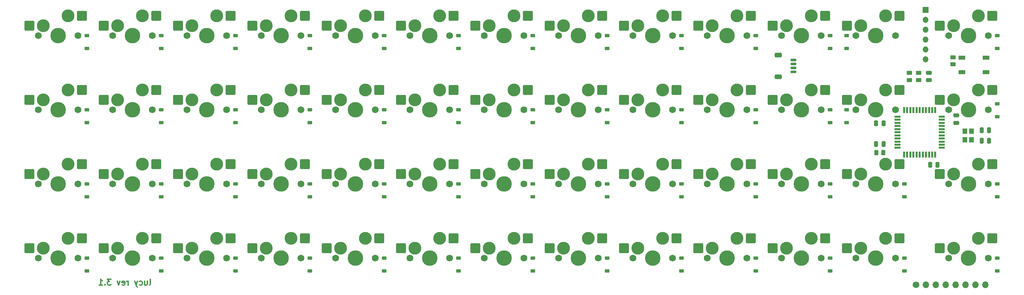
<source format=gbr>
%TF.GenerationSoftware,KiCad,Pcbnew,7.0.1-0*%
%TF.CreationDate,2023-05-19T09:17:16-05:00*%
%TF.ProjectId,pcb,7063622e-6b69-4636-9164-5f7063625858,rev?*%
%TF.SameCoordinates,Original*%
%TF.FileFunction,Soldermask,Bot*%
%TF.FilePolarity,Negative*%
%FSLAX46Y46*%
G04 Gerber Fmt 4.6, Leading zero omitted, Abs format (unit mm)*
G04 Created by KiCad (PCBNEW 7.0.1-0) date 2023-05-19 09:17:16*
%MOMM*%
%LPD*%
G01*
G04 APERTURE LIST*
G04 Aperture macros list*
%AMRoundRect*
0 Rectangle with rounded corners*
0 $1 Rounding radius*
0 $2 $3 $4 $5 $6 $7 $8 $9 X,Y pos of 4 corners*
0 Add a 4 corners polygon primitive as box body*
4,1,4,$2,$3,$4,$5,$6,$7,$8,$9,$2,$3,0*
0 Add four circle primitives for the rounded corners*
1,1,$1+$1,$2,$3*
1,1,$1+$1,$4,$5*
1,1,$1+$1,$6,$7*
1,1,$1+$1,$8,$9*
0 Add four rect primitives between the rounded corners*
20,1,$1+$1,$2,$3,$4,$5,0*
20,1,$1+$1,$4,$5,$6,$7,0*
20,1,$1+$1,$6,$7,$8,$9,0*
20,1,$1+$1,$8,$9,$2,$3,0*%
G04 Aperture macros list end*
%ADD10C,0.300000*%
%ADD11RoundRect,0.225000X0.375000X-0.225000X0.375000X0.225000X-0.375000X0.225000X-0.375000X-0.225000X0*%
%ADD12C,1.750000*%
%ADD13C,3.987800*%
%ADD14C,3.300000*%
%ADD15RoundRect,0.250000X1.025000X1.000000X-1.025000X1.000000X-1.025000X-1.000000X1.025000X-1.000000X0*%
%ADD16R,0.550000X1.500000*%
%ADD17R,1.500000X0.550000*%
%ADD18O,1.700000X1.700000*%
%ADD19C,1.700000*%
%ADD20O,1.524000X1.524000*%
%ADD21R,1.524000X1.524000*%
%ADD22RoundRect,0.250000X-0.475000X0.250000X-0.475000X-0.250000X0.475000X-0.250000X0.475000X0.250000X0*%
%ADD23RoundRect,0.250000X0.450000X-0.262500X0.450000X0.262500X-0.450000X0.262500X-0.450000X-0.262500X0*%
%ADD24RoundRect,0.250000X-0.450000X0.262500X-0.450000X-0.262500X0.450000X-0.262500X0.450000X0.262500X0*%
%ADD25RoundRect,0.250000X-0.250000X-0.475000X0.250000X-0.475000X0.250000X0.475000X-0.250000X0.475000X0*%
%ADD26RoundRect,0.250000X0.250000X0.475000X-0.250000X0.475000X-0.250000X-0.475000X0.250000X-0.475000X0*%
%ADD27R,1.200000X1.400000*%
%ADD28RoundRect,0.250000X0.475000X-0.250000X0.475000X0.250000X-0.475000X0.250000X-0.475000X-0.250000X0*%
%ADD29RoundRect,0.250000X0.650000X-0.350000X0.650000X0.350000X-0.650000X0.350000X-0.650000X-0.350000X0*%
%ADD30RoundRect,0.150000X0.625000X-0.150000X0.625000X0.150000X-0.625000X0.150000X-0.625000X-0.150000X0*%
%ADD31RoundRect,0.250000X-0.262500X-0.450000X0.262500X-0.450000X0.262500X0.450000X-0.262500X0.450000X0*%
%ADD32R,1.800000X1.100000*%
G04 APERTURE END LIST*
D10*
X60352679Y-93843928D02*
X60495536Y-93772500D01*
X60495536Y-93772500D02*
X60566965Y-93629642D01*
X60566965Y-93629642D02*
X60566965Y-92343928D01*
X59138394Y-92843928D02*
X59138394Y-93843928D01*
X59781251Y-92843928D02*
X59781251Y-93629642D01*
X59781251Y-93629642D02*
X59709822Y-93772500D01*
X59709822Y-93772500D02*
X59566965Y-93843928D01*
X59566965Y-93843928D02*
X59352679Y-93843928D01*
X59352679Y-93843928D02*
X59209822Y-93772500D01*
X59209822Y-93772500D02*
X59138394Y-93701071D01*
X57781251Y-93772500D02*
X57924108Y-93843928D01*
X57924108Y-93843928D02*
X58209822Y-93843928D01*
X58209822Y-93843928D02*
X58352679Y-93772500D01*
X58352679Y-93772500D02*
X58424108Y-93701071D01*
X58424108Y-93701071D02*
X58495536Y-93558214D01*
X58495536Y-93558214D02*
X58495536Y-93129642D01*
X58495536Y-93129642D02*
X58424108Y-92986785D01*
X58424108Y-92986785D02*
X58352679Y-92915357D01*
X58352679Y-92915357D02*
X58209822Y-92843928D01*
X58209822Y-92843928D02*
X57924108Y-92843928D01*
X57924108Y-92843928D02*
X57781251Y-92915357D01*
X57281251Y-92843928D02*
X56924108Y-93843928D01*
X56566965Y-92843928D02*
X56924108Y-93843928D01*
X56924108Y-93843928D02*
X57066965Y-94201071D01*
X57066965Y-94201071D02*
X57138394Y-94272500D01*
X57138394Y-94272500D02*
X57281251Y-94343928D01*
X54852680Y-93843928D02*
X54852680Y-92843928D01*
X54852680Y-93129642D02*
X54781251Y-92986785D01*
X54781251Y-92986785D02*
X54709823Y-92915357D01*
X54709823Y-92915357D02*
X54566965Y-92843928D01*
X54566965Y-92843928D02*
X54424108Y-92843928D01*
X53352680Y-93772500D02*
X53495537Y-93843928D01*
X53495537Y-93843928D02*
X53781252Y-93843928D01*
X53781252Y-93843928D02*
X53924109Y-93772500D01*
X53924109Y-93772500D02*
X53995537Y-93629642D01*
X53995537Y-93629642D02*
X53995537Y-93058214D01*
X53995537Y-93058214D02*
X53924109Y-92915357D01*
X53924109Y-92915357D02*
X53781252Y-92843928D01*
X53781252Y-92843928D02*
X53495537Y-92843928D01*
X53495537Y-92843928D02*
X53352680Y-92915357D01*
X53352680Y-92915357D02*
X53281252Y-93058214D01*
X53281252Y-93058214D02*
X53281252Y-93201071D01*
X53281252Y-93201071D02*
X53995537Y-93343928D01*
X52781252Y-92843928D02*
X52424109Y-93843928D01*
X52424109Y-93843928D02*
X52066966Y-92843928D01*
X50495538Y-92343928D02*
X49566966Y-92343928D01*
X49566966Y-92343928D02*
X50066966Y-92915357D01*
X50066966Y-92915357D02*
X49852681Y-92915357D01*
X49852681Y-92915357D02*
X49709824Y-92986785D01*
X49709824Y-92986785D02*
X49638395Y-93058214D01*
X49638395Y-93058214D02*
X49566966Y-93201071D01*
X49566966Y-93201071D02*
X49566966Y-93558214D01*
X49566966Y-93558214D02*
X49638395Y-93701071D01*
X49638395Y-93701071D02*
X49709824Y-93772500D01*
X49709824Y-93772500D02*
X49852681Y-93843928D01*
X49852681Y-93843928D02*
X50281252Y-93843928D01*
X50281252Y-93843928D02*
X50424109Y-93772500D01*
X50424109Y-93772500D02*
X50495538Y-93701071D01*
X48924110Y-93701071D02*
X48852681Y-93772500D01*
X48852681Y-93772500D02*
X48924110Y-93843928D01*
X48924110Y-93843928D02*
X48995538Y-93772500D01*
X48995538Y-93772500D02*
X48924110Y-93701071D01*
X48924110Y-93701071D02*
X48924110Y-93843928D01*
X47424109Y-93843928D02*
X48281252Y-93843928D01*
X47852681Y-93843928D02*
X47852681Y-92343928D01*
X47852681Y-92343928D02*
X47995538Y-92558214D01*
X47995538Y-92558214D02*
X48138395Y-92701071D01*
X48138395Y-92701071D02*
X48281252Y-92772500D01*
D11*
%TO.C,D26*%
X277668748Y-47325000D03*
X277668748Y-50625000D03*
%TD*%
D12*
%TO.C,MX13*%
X275352102Y-29765650D03*
D13*
X270272102Y-29765650D03*
D12*
X265192102Y-29765650D03*
D14*
X266462102Y-27225650D03*
D15*
X262912102Y-27225650D03*
X276362102Y-24685650D03*
D14*
X272812102Y-24685650D03*
%TD*%
%TO.C,MX38*%
X248999582Y-62785682D03*
D15*
X252549582Y-62785682D03*
X239099582Y-65325682D03*
D14*
X242649582Y-65325682D03*
D12*
X241379582Y-67865682D03*
D13*
X246459582Y-67865682D03*
D12*
X251539582Y-67865682D03*
%TD*%
D16*
%TO.C,U1*%
X253750000Y-48900000D03*
X254550000Y-48900000D03*
X255350000Y-48900000D03*
X256150000Y-48900000D03*
X256950000Y-48900000D03*
X257750000Y-48900000D03*
X258550000Y-48900000D03*
X259350000Y-48900000D03*
X260150000Y-48900000D03*
X260950000Y-48900000D03*
X261750000Y-48900000D03*
D17*
X263450000Y-50600000D03*
X263450000Y-51400000D03*
X263450000Y-52200000D03*
X263450000Y-53000000D03*
X263450000Y-53800000D03*
X263450000Y-54600000D03*
X263450000Y-55400000D03*
X263450000Y-56200000D03*
X263450000Y-57000000D03*
X263450000Y-57800000D03*
X263450000Y-58600000D03*
D16*
X261750000Y-60300000D03*
X260950000Y-60300000D03*
X260150000Y-60300000D03*
X259350000Y-60300000D03*
X258550000Y-60300000D03*
X257750000Y-60300000D03*
X256950000Y-60300000D03*
X256150000Y-60300000D03*
X255350000Y-60300000D03*
X254550000Y-60300000D03*
X253750000Y-60300000D03*
D17*
X252050000Y-58600000D03*
X252050000Y-57800000D03*
X252050000Y-57000000D03*
X252050000Y-56200000D03*
X252050000Y-55400000D03*
X252050000Y-54600000D03*
X252050000Y-53800000D03*
X252050000Y-53000000D03*
X252050000Y-52200000D03*
X252050000Y-51400000D03*
X252050000Y-50600000D03*
%TD*%
D18*
%TO.C,J5*%
X274605000Y-93750000D03*
X272065000Y-93750000D03*
X269525000Y-93750000D03*
X266985000Y-93750000D03*
X264445000Y-93750000D03*
X261905000Y-93750000D03*
X259365000Y-93750000D03*
D19*
X256825000Y-93750000D03*
%TD*%
D20*
%TO.C,J2*%
X259225000Y-35850000D03*
X259225000Y-25690000D03*
X259225000Y-30770000D03*
X259225000Y-33310000D03*
X259225000Y-28230000D03*
D21*
X259225000Y-23150000D03*
%TD*%
D12*
%TO.C,MX26*%
X275352102Y-48815666D03*
D13*
X270272102Y-48815666D03*
D12*
X265192102Y-48815666D03*
D14*
X266462102Y-46275666D03*
D15*
X262912102Y-46275666D03*
X276362102Y-43735666D03*
D14*
X272812102Y-43735666D03*
%TD*%
%TO.C,MX25*%
X248999582Y-43735666D03*
D15*
X252549582Y-43735666D03*
X239099582Y-46275666D03*
D14*
X242649582Y-46275666D03*
D12*
X241379582Y-48815666D03*
D13*
X246459582Y-48815666D03*
D12*
X251539582Y-48815666D03*
%TD*%
D11*
%TO.C,D7*%
X158606252Y-29775000D03*
X158606252Y-33075000D03*
%TD*%
D22*
%TO.C,C4*%
X267100000Y-50300000D03*
X267100000Y-52200000D03*
%TD*%
D23*
%TO.C,RSW1*%
X266250000Y-37162500D03*
X266250000Y-35337500D03*
%TD*%
D11*
%TO.C,D8*%
X177656252Y-29775000D03*
X177656252Y-33075000D03*
%TD*%
%TO.C,D14*%
X44306252Y-48825000D03*
X44306252Y-52125000D03*
%TD*%
D14*
%TO.C,MX42*%
X77549438Y-81835698D03*
D15*
X81099438Y-81835698D03*
X67649438Y-84375698D03*
D14*
X71199438Y-84375698D03*
D12*
X69929438Y-86915698D03*
D13*
X75009438Y-86915698D03*
D12*
X80089438Y-86915698D03*
%TD*%
D11*
%TO.C,D35*%
X196706252Y-67900000D03*
X196706252Y-71200000D03*
%TD*%
%TO.C,D11*%
X234806252Y-29775000D03*
X234806252Y-33075000D03*
%TD*%
D24*
%TO.C,R3*%
X257450000Y-41162500D03*
X257450000Y-39337500D03*
%TD*%
D14*
%TO.C,MX9*%
X191849534Y-24685650D03*
D15*
X195399534Y-24685650D03*
X181949534Y-27225650D03*
D14*
X185499534Y-27225650D03*
D12*
X184229534Y-29765650D03*
D13*
X189309534Y-29765650D03*
D12*
X194389534Y-29765650D03*
%TD*%
D14*
%TO.C,MX3*%
X77549438Y-24685650D03*
D15*
X81099438Y-24685650D03*
X67649438Y-27225650D03*
D14*
X71199438Y-27225650D03*
D12*
X69929438Y-29765650D03*
D13*
X75009438Y-29765650D03*
D12*
X80089438Y-29765650D03*
%TD*%
D11*
%TO.C,D39*%
X277668748Y-71200000D03*
X277668748Y-67900000D03*
%TD*%
D14*
%TO.C,MX41*%
X58499422Y-81835698D03*
D15*
X62049422Y-81835698D03*
X48599422Y-84375698D03*
D14*
X52149422Y-84375698D03*
D12*
X50879422Y-86915698D03*
D13*
X55959422Y-86915698D03*
D12*
X61039422Y-86915698D03*
%TD*%
D14*
%TO.C,MX22*%
X191849534Y-43735666D03*
D15*
X195399534Y-43735666D03*
X181949534Y-46275666D03*
D14*
X185499534Y-46275666D03*
D12*
X184229534Y-48815666D03*
D13*
X189309534Y-48815666D03*
D12*
X194389534Y-48815666D03*
%TD*%
D14*
%TO.C,MX49*%
X210899550Y-81835698D03*
D15*
X214449550Y-81835698D03*
X200999550Y-84375698D03*
D14*
X204549550Y-84375698D03*
D12*
X203279550Y-86915698D03*
D13*
X208359550Y-86915698D03*
D12*
X213439550Y-86915698D03*
%TD*%
D11*
%TO.C,D46*%
X158606252Y-86900000D03*
X158606252Y-90200000D03*
%TD*%
%TO.C,D40*%
X44306252Y-86900000D03*
X44306252Y-90200000D03*
%TD*%
D14*
%TO.C,MX10*%
X210899550Y-24685650D03*
D15*
X214449550Y-24685650D03*
X200999550Y-27225650D03*
D14*
X204549550Y-27225650D03*
D12*
X203279550Y-29765650D03*
D13*
X208359550Y-29765650D03*
D12*
X213439550Y-29765650D03*
%TD*%
D25*
%TO.C,CX1*%
X275550000Y-54050000D03*
X273650000Y-54050000D03*
%TD*%
D23*
%TO.C,R2*%
X255150000Y-39337500D03*
X255150000Y-41162500D03*
%TD*%
D26*
%TO.C,C1*%
X248490834Y-52275000D03*
X246590834Y-52275000D03*
%TD*%
D11*
%TO.C,D4*%
X101456252Y-29775000D03*
X101456252Y-33075000D03*
%TD*%
D27*
%TO.C,Y1*%
X269350000Y-54325000D03*
X269350000Y-56525000D03*
X271050000Y-56525000D03*
X271050000Y-54325000D03*
%TD*%
D26*
%TO.C,C2*%
X248500000Y-57600000D03*
X246600000Y-57600000D03*
%TD*%
D14*
%TO.C,MX19*%
X134699486Y-43735666D03*
D15*
X138249486Y-43735666D03*
X124799486Y-46275666D03*
D14*
X128349486Y-46275666D03*
D12*
X127079486Y-48815666D03*
D13*
X132159486Y-48815666D03*
D12*
X137239486Y-48815666D03*
%TD*%
D11*
%TO.C,D29*%
X82406252Y-67900000D03*
X82406252Y-71200000D03*
%TD*%
D14*
%TO.C,MX21*%
X172799518Y-43735666D03*
D15*
X176349518Y-43735666D03*
X162899518Y-46275666D03*
D14*
X166449518Y-46275666D03*
D12*
X165179518Y-48815666D03*
D13*
X170259518Y-48815666D03*
D12*
X175339518Y-48815666D03*
%TD*%
D11*
%TO.C,D24*%
X234806252Y-48825000D03*
X234806252Y-52125000D03*
%TD*%
%TO.C,D31*%
X120506252Y-67900000D03*
X120506252Y-71200000D03*
%TD*%
%TO.C,D45*%
X139556252Y-86900000D03*
X139556252Y-90200000D03*
%TD*%
%TO.C,D16*%
X82406252Y-48825000D03*
X82406252Y-52125000D03*
%TD*%
%TO.C,D41*%
X63356252Y-86900000D03*
X63356252Y-90200000D03*
%TD*%
D14*
%TO.C,MX16*%
X77549438Y-43735666D03*
D15*
X81099438Y-43735666D03*
X67649438Y-46275666D03*
D14*
X71199438Y-46275666D03*
D12*
X69929438Y-48815666D03*
D13*
X75009438Y-48815666D03*
D12*
X80089438Y-48815666D03*
%TD*%
D11*
%TO.C,D13*%
X277668748Y-33075000D03*
X277668748Y-29775000D03*
%TD*%
D14*
%TO.C,MX32*%
X134699486Y-62785682D03*
D15*
X138249486Y-62785682D03*
X124799486Y-65325682D03*
D14*
X128349486Y-65325682D03*
D12*
X127079486Y-67865682D03*
D13*
X132159486Y-67865682D03*
D12*
X137239486Y-67865682D03*
%TD*%
D11*
%TO.C,D49*%
X215756252Y-86900000D03*
X215756252Y-90200000D03*
%TD*%
D14*
%TO.C,MX8*%
X172799518Y-24685650D03*
D15*
X176349518Y-24685650D03*
X162899518Y-27225650D03*
D14*
X166449518Y-27225650D03*
D12*
X165179518Y-29765650D03*
D13*
X170259518Y-29765650D03*
D12*
X175339518Y-29765650D03*
%TD*%
D11*
%TO.C,D51*%
X253856252Y-86900000D03*
X253856252Y-90200000D03*
%TD*%
%TO.C,D50*%
X234806252Y-86900000D03*
X234806252Y-90200000D03*
%TD*%
D28*
%TO.C,C5*%
X260075000Y-39300000D03*
X260075000Y-41200000D03*
%TD*%
D11*
%TO.C,D52*%
X277668748Y-90200000D03*
X277668748Y-86900000D03*
%TD*%
D14*
%TO.C,MX33*%
X153749502Y-62785682D03*
D15*
X157299502Y-62785682D03*
X143849502Y-65325682D03*
D14*
X147399502Y-65325682D03*
D12*
X146129502Y-67865682D03*
D13*
X151209502Y-67865682D03*
D12*
X156289502Y-67865682D03*
%TD*%
D11*
%TO.C,D37*%
X234806252Y-67900000D03*
X234806252Y-71200000D03*
%TD*%
%TO.C,D3*%
X82406252Y-29775000D03*
X82406252Y-33075000D03*
%TD*%
D25*
%TO.C,C3*%
X260450000Y-63000000D03*
X262350000Y-63000000D03*
%TD*%
D14*
%TO.C,MX37*%
X229949566Y-62785682D03*
D15*
X233499566Y-62785682D03*
X220049566Y-65325682D03*
D14*
X223599566Y-65325682D03*
D12*
X222329566Y-67865682D03*
D13*
X227409566Y-67865682D03*
D12*
X232489566Y-67865682D03*
%TD*%
D11*
%TO.C,D18*%
X120506252Y-48825000D03*
X120506252Y-52125000D03*
%TD*%
%TO.C,D28*%
X63356252Y-67900000D03*
X63356252Y-71200000D03*
%TD*%
D14*
%TO.C,MX34*%
X172799518Y-62785682D03*
D15*
X176349518Y-62785682D03*
X162899518Y-65325682D03*
D14*
X166449518Y-65325682D03*
D12*
X165179518Y-67865682D03*
D13*
X170259518Y-67865682D03*
D12*
X175339518Y-67865682D03*
%TD*%
D14*
%TO.C,MX28*%
X58499422Y-62785682D03*
D15*
X62049422Y-62785682D03*
X48599422Y-65325682D03*
D14*
X52149422Y-65325682D03*
D12*
X50879422Y-67865682D03*
D13*
X55959422Y-67865682D03*
D12*
X61039422Y-67865682D03*
%TD*%
D14*
%TO.C,MX47*%
X172799518Y-81835698D03*
D15*
X176349518Y-81835698D03*
X162899518Y-84375698D03*
D14*
X166449518Y-84375698D03*
D12*
X165179518Y-86915698D03*
D13*
X170259518Y-86915698D03*
D12*
X175339518Y-86915698D03*
%TD*%
D11*
%TO.C,D32*%
X139556252Y-67900000D03*
X139556252Y-71200000D03*
%TD*%
D14*
%TO.C,MX45*%
X134699486Y-81835698D03*
D15*
X138249486Y-81835698D03*
X124799486Y-84375698D03*
D14*
X128349486Y-84375698D03*
D12*
X127079486Y-86915698D03*
D13*
X132159486Y-86915698D03*
D12*
X137239486Y-86915698D03*
%TD*%
D11*
%TO.C,D5*%
X120506252Y-29775000D03*
X120506252Y-33075000D03*
%TD*%
D14*
%TO.C,MX4*%
X96599454Y-24685650D03*
D15*
X100149454Y-24685650D03*
X86699454Y-27225650D03*
D14*
X90249454Y-27225650D03*
D12*
X88979454Y-29765650D03*
D13*
X94059454Y-29765650D03*
D12*
X99139454Y-29765650D03*
%TD*%
D11*
%TO.C,D27*%
X44306252Y-67900000D03*
X44306252Y-71200000D03*
%TD*%
D14*
%TO.C,MX29*%
X77549438Y-62785682D03*
D15*
X81099438Y-62785682D03*
X67649438Y-65325682D03*
D14*
X71199438Y-65325682D03*
D12*
X69929438Y-67865682D03*
D13*
X75009438Y-67865682D03*
D12*
X80089438Y-67865682D03*
%TD*%
D14*
%TO.C,MX7*%
X153749502Y-24685650D03*
D15*
X157299502Y-24685650D03*
X143849502Y-27225650D03*
D14*
X147399502Y-27225650D03*
D12*
X146129502Y-29765650D03*
D13*
X151209502Y-29765650D03*
D12*
X156289502Y-29765650D03*
%TD*%
D11*
%TO.C,D48*%
X196706252Y-86900000D03*
X196706252Y-90200000D03*
%TD*%
%TO.C,D34*%
X177656252Y-67900000D03*
X177656252Y-71200000D03*
%TD*%
D14*
%TO.C,MX18*%
X115649470Y-43735666D03*
D15*
X119199470Y-43735666D03*
X105749470Y-46275666D03*
D14*
X109299470Y-46275666D03*
D12*
X108029470Y-48815666D03*
D13*
X113109470Y-48815666D03*
D12*
X118189470Y-48815666D03*
%TD*%
D11*
%TO.C,D20*%
X158606252Y-48825000D03*
X158606252Y-52125000D03*
%TD*%
D12*
%TO.C,MX39*%
X275352102Y-67865682D03*
D13*
X270272102Y-67865682D03*
D12*
X265192102Y-67865682D03*
D14*
X266462102Y-65325682D03*
D15*
X262912102Y-65325682D03*
X276362102Y-62785682D03*
D14*
X272812102Y-62785682D03*
%TD*%
D29*
%TO.C,J3*%
X221506252Y-34750000D03*
X221506252Y-40350000D03*
D30*
X225381252Y-36050000D03*
X225381252Y-37050000D03*
X225381252Y-38050000D03*
X225381252Y-39050000D03*
%TD*%
D14*
%TO.C,MX24*%
X229949566Y-43735666D03*
D15*
X233499566Y-43735666D03*
X220049566Y-46275666D03*
D14*
X223599566Y-46275666D03*
D12*
X222329566Y-48815666D03*
D13*
X227409566Y-48815666D03*
D12*
X232489566Y-48815666D03*
%TD*%
D11*
%TO.C,D19*%
X139556252Y-48825000D03*
X139556252Y-52125000D03*
%TD*%
D14*
%TO.C,MX43*%
X96599454Y-81835698D03*
D15*
X100149454Y-81835698D03*
X86699454Y-84375698D03*
D14*
X90249454Y-84375698D03*
D12*
X88979454Y-86915698D03*
D13*
X94059454Y-86915698D03*
D12*
X99139454Y-86915698D03*
%TD*%
D14*
%TO.C,MX6*%
X134699486Y-24685650D03*
D15*
X138249486Y-24685650D03*
X124799486Y-27225650D03*
D14*
X128349486Y-27225650D03*
D12*
X127079486Y-29765650D03*
D13*
X132159486Y-29765650D03*
D12*
X137239486Y-29765650D03*
%TD*%
D14*
%TO.C,MX36*%
X210899550Y-62785682D03*
D15*
X214449550Y-62785682D03*
X200999550Y-65325682D03*
D14*
X204549550Y-65325682D03*
D12*
X203279550Y-67865682D03*
D13*
X208359550Y-67865682D03*
D12*
X213439550Y-67865682D03*
%TD*%
D31*
%TO.C,R1*%
X246637500Y-59800000D03*
X248462500Y-59800000D03*
%TD*%
D11*
%TO.C,D6*%
X139556252Y-29775000D03*
X139556252Y-33075000D03*
%TD*%
D14*
%TO.C,MX30*%
X96599454Y-62785682D03*
D15*
X100149454Y-62785682D03*
X86699454Y-65325682D03*
D14*
X90249454Y-65325682D03*
D12*
X88979454Y-67865682D03*
D13*
X94059454Y-67865682D03*
D12*
X99139454Y-67865682D03*
%TD*%
D11*
%TO.C,D12*%
X239050000Y-29775000D03*
X239050000Y-33075000D03*
%TD*%
%TO.C,D30*%
X101456252Y-67900000D03*
X101456252Y-71200000D03*
%TD*%
%TO.C,D2*%
X63351252Y-29775000D03*
X63351252Y-33075000D03*
%TD*%
D25*
%TO.C,CX2*%
X275550000Y-56750000D03*
X273650000Y-56750000D03*
%TD*%
D14*
%TO.C,MX35*%
X191849534Y-62785682D03*
D15*
X195399534Y-62785682D03*
X181949534Y-65325682D03*
D14*
X185499534Y-65325682D03*
D12*
X184229534Y-67865682D03*
D13*
X189309534Y-67865682D03*
D12*
X194389534Y-67865682D03*
%TD*%
D14*
%TO.C,MX15*%
X58499422Y-43735666D03*
D15*
X62049422Y-43735666D03*
X48599422Y-46275666D03*
D14*
X52149422Y-46275666D03*
D12*
X50879422Y-48815666D03*
D13*
X55959422Y-48815666D03*
D12*
X61039422Y-48815666D03*
%TD*%
D14*
%TO.C,MX48*%
X191849534Y-81835698D03*
D15*
X195399534Y-81835698D03*
X181949534Y-84375698D03*
D14*
X185499534Y-84375698D03*
D12*
X184229534Y-86915698D03*
D13*
X189309534Y-86915698D03*
D12*
X194389534Y-86915698D03*
%TD*%
D11*
%TO.C,D33*%
X158606252Y-67900000D03*
X158606252Y-71200000D03*
%TD*%
D14*
%TO.C,MX31*%
X115649470Y-62785682D03*
D15*
X119199470Y-62785682D03*
X105749470Y-65325682D03*
D14*
X109299470Y-65325682D03*
D12*
X108029470Y-67865682D03*
D13*
X113109470Y-67865682D03*
D12*
X118189470Y-67865682D03*
%TD*%
D11*
%TO.C,D22*%
X196706252Y-48825000D03*
X196706252Y-52125000D03*
%TD*%
D14*
%TO.C,MX17*%
X96599454Y-43735666D03*
D15*
X100149454Y-43735666D03*
X86699454Y-46275666D03*
D14*
X90249454Y-46275666D03*
D12*
X88979454Y-48815666D03*
D13*
X94059454Y-48815666D03*
D12*
X99139454Y-48815666D03*
%TD*%
D11*
%TO.C,D36*%
X215756252Y-67900000D03*
X215756252Y-71200000D03*
%TD*%
D14*
%TO.C,MX51*%
X248999582Y-81835698D03*
D15*
X252549582Y-81835698D03*
X239099582Y-84375698D03*
D14*
X242649582Y-84375698D03*
D12*
X241379582Y-86915698D03*
D13*
X246459582Y-86915698D03*
D12*
X251539582Y-86915698D03*
%TD*%
D14*
%TO.C,MX44*%
X115649470Y-81835698D03*
D15*
X119199470Y-81835698D03*
X105749470Y-84375698D03*
D14*
X109299470Y-84375698D03*
D12*
X108029470Y-86915698D03*
D13*
X113109470Y-86915698D03*
D12*
X118189470Y-86915698D03*
%TD*%
D14*
%TO.C,MX27*%
X39449406Y-62785682D03*
D15*
X42999406Y-62785682D03*
X29549406Y-65325682D03*
D14*
X33099406Y-65325682D03*
D12*
X31829406Y-67865682D03*
D13*
X36909406Y-67865682D03*
D12*
X41989406Y-67865682D03*
%TD*%
D14*
%TO.C,MX40*%
X39449406Y-81835698D03*
D15*
X42999406Y-81835698D03*
X29549406Y-84375698D03*
D14*
X33099406Y-84375698D03*
D12*
X31829406Y-86915698D03*
D13*
X36909406Y-86915698D03*
D12*
X41989406Y-86915698D03*
%TD*%
D14*
%TO.C,MX12*%
X248999582Y-24685650D03*
D15*
X252549582Y-24685650D03*
X239099582Y-27225650D03*
D14*
X242649582Y-27225650D03*
D12*
X241379582Y-29765650D03*
D13*
X246459582Y-29765650D03*
D12*
X251539582Y-29765650D03*
%TD*%
D11*
%TO.C,D43*%
X101456252Y-86900000D03*
X101456252Y-90200000D03*
%TD*%
%TO.C,D47*%
X177656252Y-86900000D03*
X177656252Y-90200000D03*
%TD*%
D14*
%TO.C,MX11*%
X229949566Y-24685650D03*
D15*
X233499566Y-24685650D03*
X220049566Y-27225650D03*
D14*
X223599566Y-27225650D03*
D12*
X222329566Y-29765650D03*
D13*
X227409566Y-29765650D03*
D12*
X232489566Y-29765650D03*
%TD*%
D11*
%TO.C,D9*%
X196706252Y-29775000D03*
X196706252Y-33075000D03*
%TD*%
D14*
%TO.C,MX23*%
X210899550Y-43735666D03*
D15*
X214449550Y-43735666D03*
X200999550Y-46275666D03*
D14*
X204549550Y-46275666D03*
D12*
X203279550Y-48815666D03*
D13*
X208359550Y-48815666D03*
D12*
X213439550Y-48815666D03*
%TD*%
%TO.C,MX52*%
X275352102Y-86915698D03*
D13*
X270272102Y-86915698D03*
D12*
X265192102Y-86915698D03*
D14*
X266462102Y-84375698D03*
D15*
X262912102Y-84375698D03*
X276362102Y-81835698D03*
D14*
X272812102Y-81835698D03*
%TD*%
D11*
%TO.C,D1*%
X44311252Y-29752500D03*
X44311252Y-33052500D03*
%TD*%
%TO.C,D21*%
X177656252Y-48825000D03*
X177656252Y-52125000D03*
%TD*%
D14*
%TO.C,MX2*%
X58499422Y-24685650D03*
D15*
X62049422Y-24685650D03*
X48599422Y-27225650D03*
D14*
X52149422Y-27225650D03*
D12*
X50879422Y-29765650D03*
D13*
X55959422Y-29765650D03*
D12*
X61039422Y-29765650D03*
%TD*%
D14*
%TO.C,MX50*%
X229949566Y-81835698D03*
D15*
X233499566Y-81835698D03*
X220049566Y-84375698D03*
D14*
X223599566Y-84375698D03*
D12*
X222329566Y-86915698D03*
D13*
X227409566Y-86915698D03*
D12*
X232489566Y-86915698D03*
%TD*%
D11*
%TO.C,D38*%
X253856252Y-67900000D03*
X253856252Y-71200000D03*
%TD*%
D14*
%TO.C,MX20*%
X153749502Y-43735666D03*
D15*
X157299502Y-43735666D03*
X143849502Y-46275666D03*
D14*
X147399502Y-46275666D03*
D12*
X146129502Y-48815666D03*
D13*
X151209502Y-48815666D03*
D12*
X156289502Y-48815666D03*
%TD*%
D11*
%TO.C,D15*%
X63356252Y-48825000D03*
X63356252Y-52125000D03*
%TD*%
D14*
%TO.C,MX1*%
X39449406Y-24685650D03*
D15*
X42999406Y-24685650D03*
X29549406Y-27225650D03*
D14*
X33099406Y-27225650D03*
D12*
X31829406Y-29765650D03*
D13*
X36909406Y-29765650D03*
D12*
X41989406Y-29765650D03*
%TD*%
D32*
%TO.C,SW1*%
X274750000Y-35475000D03*
X268550000Y-39175000D03*
X274750000Y-39175000D03*
X268550000Y-35475000D03*
%TD*%
D11*
%TO.C,D23*%
X215756252Y-48825000D03*
X215756252Y-52125000D03*
%TD*%
%TO.C,D25*%
X239056252Y-48825000D03*
X239056252Y-52125000D03*
%TD*%
%TO.C,D42*%
X82406252Y-86900000D03*
X82406252Y-90200000D03*
%TD*%
%TO.C,D10*%
X215756252Y-29775000D03*
X215756252Y-33075000D03*
%TD*%
D14*
%TO.C,MX5*%
X115649470Y-24685650D03*
D15*
X119199470Y-24685650D03*
X105749470Y-27225650D03*
D14*
X109299470Y-27225650D03*
D12*
X108029470Y-29765650D03*
D13*
X113109470Y-29765650D03*
D12*
X118189470Y-29765650D03*
%TD*%
D11*
%TO.C,D44*%
X120506252Y-86900000D03*
X120506252Y-90200000D03*
%TD*%
%TO.C,D17*%
X101456252Y-48825000D03*
X101456252Y-52125000D03*
%TD*%
D14*
%TO.C,MX46*%
X153749502Y-81835698D03*
D15*
X157299502Y-81835698D03*
X143849502Y-84375698D03*
D14*
X147399502Y-84375698D03*
D12*
X146129502Y-86915698D03*
D13*
X151209502Y-86915698D03*
D12*
X156289502Y-86915698D03*
%TD*%
D14*
%TO.C,MX14*%
X39449406Y-43735666D03*
D15*
X42999406Y-43735666D03*
X29549406Y-46275666D03*
D14*
X33099406Y-46275666D03*
D12*
X31829406Y-48815666D03*
D13*
X36909406Y-48815666D03*
D12*
X41989406Y-48815666D03*
%TD*%
M02*

</source>
